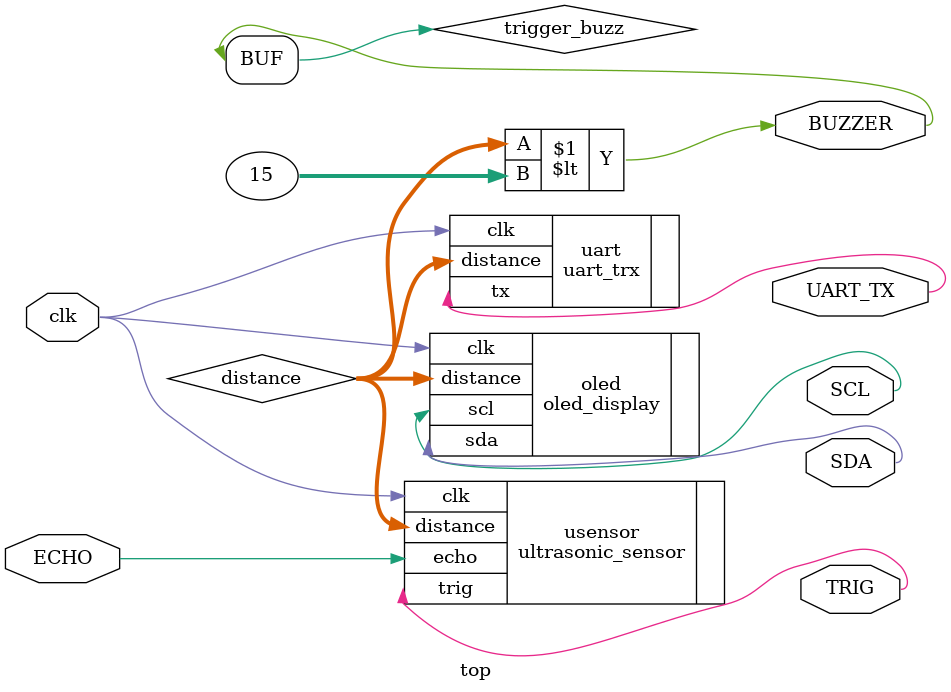
<source format=v>
module top (
    input clk,
    output TRIG,
    input ECHO,
    output BUZZER,
    output UART_TX,
    output SDA,
    output SCL
);

    wire [15:0] distance;
    wire trigger_buzz;

    ultrasonic_sensor usensor (
        .clk(clk),
        .trig(TRIG),
        .echo(ECHO),
        .distance(distance)
    );

    assign trigger_buzz = (distance < 15);
    assign BUZZER = trigger_buzz;

    uart_trx uart (
        .clk(clk),
        .distance(distance),
        .tx(UART_TX)
    );

    oled_display oled (
        .clk(clk),
        .distance(distance),
        .sda(SDA),
        .scl(SCL)
    );

endmodule

</source>
